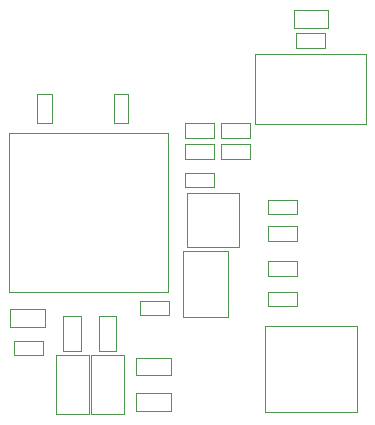
<source format=gbr>
%TF.GenerationSoftware,KiCad,Pcbnew,(6.0.5)*%
%TF.CreationDate,2022-06-01T14:08:09-04:00*%
%TF.ProjectId,pq-cdh,70712d63-6468-42e6-9b69-6361645f7063,V1.0.1*%
%TF.SameCoordinates,Original*%
%TF.FileFunction,Other,User*%
%FSLAX46Y46*%
G04 Gerber Fmt 4.6, Leading zero omitted, Abs format (unit mm)*
G04 Created by KiCad (PCBNEW (6.0.5)) date 2022-06-01 14:08:09*
%MOMM*%
%LPD*%
G01*
G04 APERTURE LIST*
%ADD10C,0.050000*%
%ADD11C,0.100000*%
G04 APERTURE END LIST*
D10*
%TO.C,R5*%
X164650000Y-90850000D02*
X164650000Y-92350000D01*
X161750000Y-90850000D02*
X164650000Y-90850000D01*
X164650000Y-92350000D02*
X161750000Y-92350000D01*
X161750000Y-92350000D02*
X161750000Y-90850000D01*
%TO.C,C2*%
X140030000Y-100425000D02*
X140030000Y-97975000D01*
X141270000Y-97975000D02*
X141270000Y-100425000D01*
X140030000Y-97975000D02*
X141270000Y-97975000D01*
X141270000Y-100425000D02*
X140030000Y-100425000D01*
%TO.C,FB1*%
X140700000Y-117650000D02*
X137700000Y-117650000D01*
X137700000Y-117650000D02*
X137700000Y-116150000D01*
X140700000Y-116150000D02*
X140700000Y-117650000D01*
X137700000Y-116150000D02*
X140700000Y-116150000D01*
%TO.C,C10*%
X162025000Y-108120000D02*
X159575000Y-108120000D01*
X159575000Y-108120000D02*
X159575000Y-106880000D01*
X159575000Y-106880000D02*
X162025000Y-106880000D01*
X162025000Y-106880000D02*
X162025000Y-108120000D01*
%TO.C,IC1*%
X137675000Y-114725000D02*
X137675000Y-101275000D01*
X151125000Y-101275000D02*
X151125000Y-114725000D01*
X137675000Y-101275000D02*
X151125000Y-101275000D01*
X151125000Y-114725000D02*
X137675000Y-114725000D01*
%TO.C,C11*%
X162025000Y-110370000D02*
X159575000Y-110370000D01*
X162025000Y-109130000D02*
X162025000Y-110370000D01*
X159575000Y-109130000D02*
X162025000Y-109130000D01*
X159575000Y-110370000D02*
X159575000Y-109130000D01*
%TO.C,R2*%
X146750000Y-119650000D02*
X145250000Y-119650000D01*
X145250000Y-119650000D02*
X145250000Y-116750000D01*
X146750000Y-116750000D02*
X146750000Y-119650000D01*
X145250000Y-116750000D02*
X146750000Y-116750000D01*
%TO.C,C3*%
X146530000Y-97975000D02*
X147770000Y-97975000D01*
X147770000Y-100425000D02*
X146530000Y-100425000D01*
X147770000Y-97975000D02*
X147770000Y-100425000D01*
X146530000Y-100425000D02*
X146530000Y-97975000D01*
D11*
%TO.C,Y2*%
X152400000Y-111225000D02*
X156200000Y-111225000D01*
X152400000Y-116775000D02*
X152400000Y-111225000D01*
X156200000Y-111225000D02*
X156200000Y-116775000D01*
X156200000Y-116775000D02*
X152400000Y-116775000D01*
D10*
%TO.C,C12*%
X162025000Y-112105000D02*
X162025000Y-113345000D01*
X159575000Y-113345000D02*
X159575000Y-112105000D01*
X162025000Y-113345000D02*
X159575000Y-113345000D01*
X159575000Y-112105000D02*
X162025000Y-112105000D01*
D11*
%TO.C,LED1*%
X141600000Y-125050000D02*
X141600000Y-120050000D01*
X141600000Y-120050000D02*
X144400000Y-120050000D01*
X144400000Y-125050000D02*
X141600000Y-125050000D01*
X144400000Y-120050000D02*
X144400000Y-125050000D01*
D10*
%TO.C,R3*%
X148450000Y-121750000D02*
X148450000Y-120250000D01*
X148450000Y-120250000D02*
X151350000Y-120250000D01*
X151350000Y-120250000D02*
X151350000Y-121750000D01*
X151350000Y-121750000D02*
X148450000Y-121750000D01*
%TO.C,C8*%
X155575000Y-103420000D02*
X155575000Y-102180000D01*
X158025000Y-103420000D02*
X155575000Y-103420000D01*
X158025000Y-102180000D02*
X158025000Y-103420000D01*
X155575000Y-102180000D02*
X158025000Y-102180000D01*
%TO.C,C5*%
X152575000Y-103420000D02*
X152575000Y-102180000D01*
X155025000Y-102180000D02*
X155025000Y-103420000D01*
X152575000Y-102180000D02*
X155025000Y-102180000D01*
X155025000Y-103420000D02*
X152575000Y-103420000D01*
%TO.C,IC2*%
X158525000Y-94560000D02*
X167875000Y-94560000D01*
X167875000Y-100440000D02*
X158525000Y-100440000D01*
X158525000Y-100440000D02*
X158525000Y-94560000D01*
X167875000Y-94560000D02*
X167875000Y-100440000D01*
D11*
%TO.C,Y1*%
X152750000Y-106300000D02*
X157100000Y-106300000D01*
X152750000Y-110900000D02*
X152750000Y-106300000D01*
X157100000Y-110900000D02*
X152750000Y-110900000D01*
X157100000Y-106300000D02*
X157100000Y-110900000D01*
D10*
%TO.C,C7*%
X155575000Y-100380000D02*
X158025000Y-100380000D01*
X158025000Y-101620000D02*
X155575000Y-101620000D01*
X155575000Y-101620000D02*
X155575000Y-100380000D01*
X158025000Y-100380000D02*
X158025000Y-101620000D01*
%TO.C,C1*%
X140525000Y-118810000D02*
X140525000Y-120050000D01*
X138075000Y-118810000D02*
X140525000Y-118810000D01*
X140525000Y-120050000D02*
X138075000Y-120050000D01*
X138075000Y-120050000D02*
X138075000Y-118810000D01*
%TO.C,C6*%
X152575000Y-101620000D02*
X152575000Y-100380000D01*
X155025000Y-100380000D02*
X155025000Y-101620000D01*
X152575000Y-100380000D02*
X155025000Y-100380000D01*
X155025000Y-101620000D02*
X152575000Y-101620000D01*
%TO.C,R1*%
X143750000Y-116750000D02*
X143750000Y-119650000D01*
X143750000Y-119650000D02*
X142250000Y-119650000D01*
X142250000Y-116750000D02*
X143750000Y-116750000D01*
X142250000Y-119650000D02*
X142250000Y-116750000D01*
%TO.C,R4*%
X148450000Y-124750000D02*
X148450000Y-123250000D01*
X151350000Y-123250000D02*
X151350000Y-124750000D01*
X148450000Y-123250000D02*
X151350000Y-123250000D01*
X151350000Y-124750000D02*
X148450000Y-124750000D01*
%TO.C,C13*%
X159575000Y-114655000D02*
X162025000Y-114655000D01*
X159575000Y-115895000D02*
X159575000Y-114655000D01*
X162025000Y-114655000D02*
X162025000Y-115895000D01*
X162025000Y-115895000D02*
X159575000Y-115895000D01*
%TO.C,C4*%
X151165000Y-115420000D02*
X151165000Y-116660000D01*
X151165000Y-116660000D02*
X148715000Y-116660000D01*
X148715000Y-116660000D02*
X148715000Y-115420000D01*
X148715000Y-115420000D02*
X151165000Y-115420000D01*
%TO.C,C9*%
X152525000Y-104580000D02*
X154975000Y-104580000D01*
X154975000Y-105820000D02*
X152525000Y-105820000D01*
X154975000Y-104580000D02*
X154975000Y-105820000D01*
X152525000Y-105820000D02*
X152525000Y-104580000D01*
D11*
%TO.C,LED2*%
X147400000Y-120050000D02*
X147400000Y-125050000D01*
X147400000Y-125050000D02*
X144600000Y-125050000D01*
X144600000Y-120050000D02*
X147400000Y-120050000D01*
X144600000Y-125050000D02*
X144600000Y-120050000D01*
D10*
%TO.C,C14*%
X164425000Y-94020000D02*
X161975000Y-94020000D01*
X164425000Y-92780000D02*
X164425000Y-94020000D01*
X161975000Y-94020000D02*
X161975000Y-92780000D01*
X161975000Y-92780000D02*
X164425000Y-92780000D01*
%TO.C,C15*%
X167100000Y-124850000D02*
X159300000Y-124850000D01*
X159300000Y-124850000D02*
X159300000Y-117550000D01*
X167100000Y-117550000D02*
X167100000Y-124850000D01*
X159300000Y-117550000D02*
X167100000Y-117550000D01*
%TD*%
M02*

</source>
